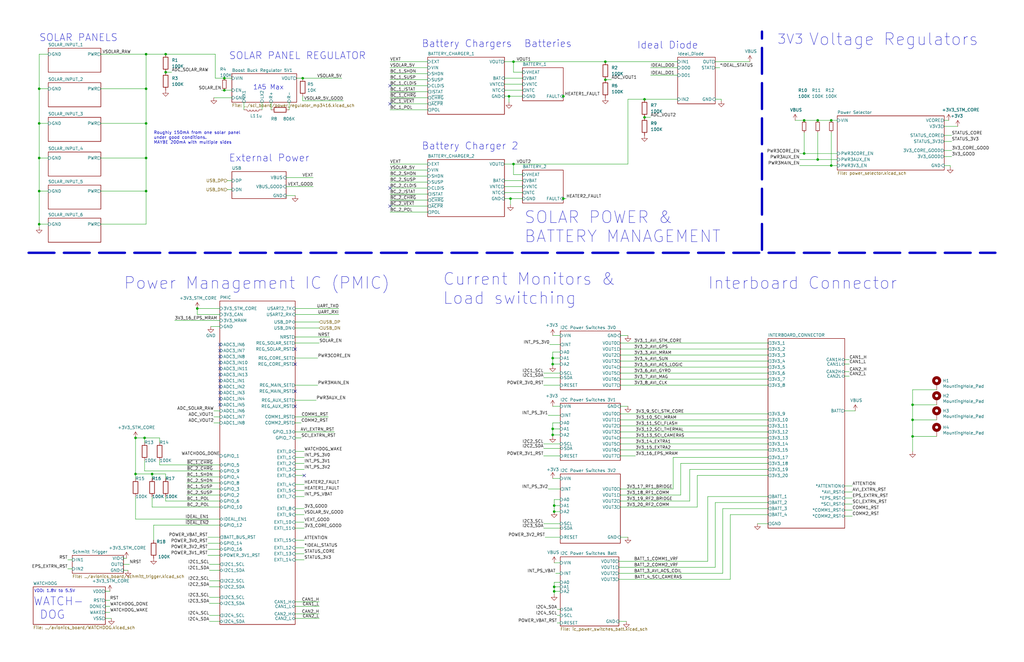
<source format=kicad_sch>
(kicad_sch (version 20231120) (generator "eeschema") (generator_version "8.0")
  (paper "B")
  (title_block (title "EPS") (date "2020-10-11"))
  (junction (at 60.96 184.785))
  (junction (at 216.535 69.215))
  (junction (at 61.595 52.07))
  (junction (at 237.5154 83.82))
  (junction (at 233.045 180.975))
  (junction (at 384.81 177.165))
  (junction (at 16.51 94.615))
  (junction (at 57.15 200.025))
  (junction (at 255.27 26.035))
  (junction (at 57.15 184.785))
  (junction (at 16.51 80.645))
  (junction (at 94.615 33.02))
  (junction (at 215.265 83.82))
  (junction (at 271.78 41.91))
  (junction (at 94.615 38.1))
  (junction (at 61.595 22.86))
  (junction (at 233.045 183.515))
  (junction (at 61.595 66.675))
  (junction (at 233.045 153.67))
  (junction (at 61.595 37.465))
  (junction (at 233.045 151.13))
  (junction (at 271.78 49.53))
  (junction (at 344.805 50.8))
  (junction (at 61.595 80.645))
  (junction (at 384.81 170.815))
  (junction (at 233.68 247.65))
  (junction (at 214.63 40.64))
  (junction (at 339.09 50.8))
  (junction (at 69.85 30.48))
  (junction (at 344.805 67.31))
  (junction (at 127.635 33.02))
  (junction (at 64.135 200.025))
  (junction (at 350.52 50.8))
  (junction (at 16.51 66.675))
  (junction (at 69.85 22.86))
  (junction (at 233.68 249.555))
  (junction (at 16.51 52.07))
  (junction (at 233.68 213.36))
  (junction (at 216.535 26.035))
  (junction (at 339.09 64.77))
  (junction (at 384.81 184.15))
  (junction (at 233.68 215.9))
  (junction (at 83.185 130.175))
  (junction (at 350.52 69.85))
  (junction (at 255.27 33.655))
  (junction (at 16.51 37.465))
  (junction (at 237.5154 40.64))
  (no_connect (at 164.465 79.375))
  (no_connect (at 92.71 150.495))
  (no_connect (at 92.71 170.815))
  (no_connect (at 92.71 165.735))
  (no_connect (at 128.27 200.66))
  (no_connect (at 124.46 147.32))
  (no_connect (at 92.71 158.115))
  (no_connect (at 92.71 155.575))
  (no_connect (at 124.46 153.67))
  (no_connect (at 92.71 163.195))
  (no_connect (at 164.465 43.815))
  (no_connect (at 124.46 171.45))
  (no_connect (at 124.46 165.1))
  (no_connect (at 92.71 147.955))
  (no_connect (at 92.71 145.415))
  (no_connect (at 92.71 168.275))
  (no_connect (at 164.465 36.195))
  (no_connect (at 164.465 86.995))
  (no_connect (at 92.71 153.035))
  (no_connect (at 92.71 160.655))
  (wire (pts (xy 294.005 200.66) (xy 323.85 200.66)))
  (wire (pts (xy 57.15 209.55) (xy 57.15 219.075)))
  (wire (pts (xy 274.32 28.575) (xy 285.75 28.575)))
  (wire (pts (xy 61.595 22.86) (xy 61.595 37.465)))
  (wire (pts (xy 359.41 210.185) (xy 356.235 210.185)))
  (wire (pts (xy 339.09 55.88) (xy 339.09 64.77)))
  (wire (pts (xy 261.62 154.94) (xy 323.85 154.94)))
  (wire (pts (xy 128.27 214.63) (xy 124.46 214.63)))
  (wire (pts (xy 304.8 214.63) (xy 323.85 214.63)))
  (wire (pts (xy 87.63 231.775) (xy 92.71 231.775)))
  (wire (pts (xy 64.135 201.93) (xy 64.135 200.025)))
  (wire (pts (xy 97.79 33.02) (xy 94.615 33.02)))
  (wire (pts (xy 260.985 244.475) (xy 307.975 244.475)))
  (wire (pts (xy 261.62 160.02) (xy 323.85 160.02)))
  (wire (pts (xy 212.725 69.215) (xy 216.535 69.215)))
  (wire (pts (xy 339.09 64.77) (xy 353.06 64.77)))
  (wire (pts (xy 127.635 42.545) (xy 127.635 40.64)))
  (wire (pts (xy 16.51 66.675) (xy 16.51 80.645)))
  (wire (pts (xy 216.535 26.035) (xy 216.535 30.48)))
  (wire (pts (xy 164.465 38.735) (xy 180.34 38.735)))
  (wire (pts (xy 46.355 258.445) (xy 44.45 258.445)))
  (wire (pts (xy 384.81 177.165) (xy 394.97 177.165)))
  (wire (pts (xy 114.3 43.18) (xy 114.3 46.355)))
  (wire (pts (xy 344.805 67.31) (xy 353.06 67.31)))
  (wire (pts (xy 124.46 162.56) (xy 133.985 162.56)))
  (wire (pts (xy 140.97 182.245) (xy 124.46 182.245)))
  (wire (pts (xy 271.78 49.53) (xy 274.32 49.53)))
  (wire (pts (xy 87.63 234.315) (xy 92.71 234.315)))
  (wire (pts (xy 42.545 80.645) (xy 61.595 80.645)))
  (wire (pts (xy 233.045 153.67) (xy 233.045 154.305)))
  (wire (pts (xy 337.185 67.31) (xy 344.805 67.31)))
  (wire (pts (xy 400.05 50.8) (xy 398.145 50.8)))
  (wire (pts (xy 61.595 37.465) (xy 61.595 52.07)))
  (wire (pts (xy 261.62 213.995) (xy 294.005 213.995)))
  (wire (pts (xy 234.95 259.715) (xy 236.22 259.715)))
  (wire (pts (xy 307.975 244.475) (xy 307.975 217.17)))
  (wire (pts (xy 290.83 198.12) (xy 323.85 198.12)))
  (wire (pts (xy 64.135 209.55) (xy 64.135 213.995)))
  (wire (pts (xy 229.235 162.56) (xy 236.22 162.56)))
  (wire (pts (xy 128.27 200.66) (xy 124.46 200.66)))
  (wire (pts (xy 264.795 41.91) (xy 271.78 41.91)))
  (wire (pts (xy 216.535 30.48) (xy 220.345 30.48)))
  (wire (pts (xy 274.32 31.75) (xy 285.75 31.75)))
  (polyline (pts (xy 12.065 106.68) (xy 419.735 106.68)) (stroke (width 0.9906) (type dash)))
  (wire (pts (xy 142.875 132.715) (xy 124.46 132.715)))
  (wire (pts (xy 261.62 211.455) (xy 290.83 211.455)))
  (wire (pts (xy 94.615 33.02) (xy 90.805 33.02)))
  (wire (pts (xy 233.68 245.745) (xy 233.68 247.65)))
  (wire (pts (xy 164.465 36.195) (xy 180.34 36.195)))
  (wire (pts (xy 261.62 226.695) (xy 264.795 226.695)))
  (wire (pts (xy 61.595 80.645) (xy 61.595 94.615)))
  (wire (pts (xy 88.265 245.11) (xy 92.71 245.11)))
  (wire (pts (xy 164.465 74.295) (xy 180.34 74.295)))
  (wire (pts (xy 128.27 207.01) (xy 124.46 207.01)))
  (wire (pts (xy 88.265 259.715) (xy 92.71 259.715)))
  (wire (pts (xy 16.51 37.465) (xy 16.51 52.07)))
  (wire (pts (xy 78.74 206.375) (xy 92.71 206.375)))
  (wire (pts (xy 301.625 28.575) (xy 303.53 28.575)))
  (wire (pts (xy 90.17 178.435) (xy 92.71 178.435)))
  (wire (pts (xy 261.62 189.865) (xy 323.85 189.865)))
  (wire (pts (xy 134.62 260.985) (xy 124.46 260.985)))
  (wire (pts (xy 229.235 220.98) (xy 236.22 220.98)))
  (wire (pts (xy 64.77 227.965) (xy 64.77 221.615)))
  (wire (pts (xy 42.545 37.465) (xy 61.595 37.465)))
  (wire (pts (xy 344.805 55.88) (xy 344.805 67.31)))
  (wire (pts (xy 233.045 180.975) (xy 233.045 178.435)))
  (wire (pts (xy 339.09 50.8) (xy 344.805 50.8)))
  (wire (pts (xy 264.795 69.215) (xy 264.795 41.91)))
  (wire (pts (xy 287.02 208.915) (xy 287.02 195.58)))
  (wire (pts (xy 298.45 209.55) (xy 323.85 209.55)))
  (wire (pts (xy 233.68 249.555) (xy 236.22 249.555)))
  (wire (pts (xy 231.775 145.415) (xy 236.22 145.415)))
  (wire (pts (xy 16.51 94.615) (xy 20.32 94.615)))
  (wire (pts (xy 128.27 220.345) (xy 124.46 220.345)))
  (wire (pts (xy 57.15 200.025) (xy 64.135 200.025)))
  (wire (pts (xy 359.41 207.645) (xy 356.235 207.645)))
  (wire (pts (xy 335.28 50.8) (xy 339.09 50.8)))
  (wire (pts (xy 261.62 206.375) (xy 283.845 206.375)))
  (wire (pts (xy 16.51 52.07) (xy 16.51 66.675)))
  (wire (pts (xy 42.545 94.615) (xy 61.595 94.615)))
  (wire (pts (xy 128.27 217.17) (xy 124.46 217.17)))
  (wire (pts (xy 283.845 193.04) (xy 323.85 193.04)))
  (wire (pts (xy 69.85 209.55) (xy 69.85 211.455)))
  (wire (pts (xy 215.265 83.82) (xy 220.345 83.82)))
  (wire (pts (xy 261.62 208.915) (xy 287.02 208.915)))
  (wire (pts (xy 301.625 239.395) (xy 301.625 212.09)))
  (wire (pts (xy 60.96 184.785) (xy 57.15 184.785)))
  (wire (pts (xy 403.86 53.34) (xy 398.145 53.34)))
  (wire (pts (xy 237.49 83.82) (xy 237.5154 83.82)))
  (wire (pts (xy 212.725 81.28) (xy 220.345 81.28)))
  (wire (pts (xy 260.985 262.255) (xy 264.16 262.255)))
  (wire (pts (xy 46.355 255.905) (xy 44.45 255.905)))
  (wire (pts (xy 344.805 50.8) (xy 350.52 50.8)))
  (wire (pts (xy 90.805 33.02) (xy 90.805 22.86)))
  (wire (pts (xy 401.32 63.5) (xy 398.145 63.5)))
  (wire (pts (xy 229.235 189.23) (xy 236.22 189.23)))
  (wire (pts (xy 83.185 130.175) (xy 92.71 130.175)))
  (wire (pts (xy 261.62 187.325) (xy 323.85 187.325)))
  (wire (pts (xy 337.185 64.77) (xy 339.09 64.77)))
  (wire (pts (xy 212.725 33.02) (xy 220.345 33.02)))
  (wire (pts (xy 350.52 50.8) (xy 353.06 50.8)))
  (wire (pts (xy 212.725 40.64) (xy 214.63 40.64)))
  (wire (pts (xy 78.74 203.835) (xy 92.71 203.835)))
  (wire (pts (xy 216.535 73.66) (xy 220.345 73.66)))
  (wire (pts (xy 234.95 262.89) (xy 236.22 262.89)))
  (wire (pts (xy 234.95 257.175) (xy 236.22 257.175)))
  (wire (pts (xy 61.595 52.07) (xy 61.595 66.675)))
  (wire (pts (xy 64.77 221.615) (xy 92.71 221.615)))
  (wire (pts (xy 142.875 130.175) (xy 124.46 130.175)))
  (wire (pts (xy 87.63 226.695) (xy 92.71 226.695)))
  (wire (pts (xy 134.62 259.08) (xy 124.46 259.08)))
  (wire (pts (xy 164.465 76.835) (xy 180.34 76.835)))
  (wire (pts (xy 229.235 159.385) (xy 236.22 159.385)))
  (wire (pts (xy 287.02 195.58) (xy 323.85 195.58)))
  (wire (pts (xy 358.14 158.75) (xy 356.235 158.75)))
  (wire (pts (xy 83.185 130.175) (xy 83.185 132.715)))
  (wire (pts (xy 359.41 205.105) (xy 356.235 205.105)))
  (wire (pts (xy 64.135 213.995) (xy 92.71 213.995)))
  (wire (pts (xy 88.265 252.095) (xy 92.71 252.095)))
  (wire (pts (xy 124.46 198.12) (xy 128.27 198.12)))
  (wire (pts (xy 261.62 171.45) (xy 264.795 171.45)))
  (wire (pts (xy 233.045 151.13) (xy 236.22 151.13)))
  (wire (pts (xy 233.68 247.65) (xy 233.68 249.555)))
  (wire (pts (xy 233.045 148.59) (xy 236.22 148.59)))
  (wire (pts (xy 358.14 153.67) (xy 356.235 153.67)))
  (wire (pts (xy 128.27 227.965) (xy 124.46 227.965)))
  (wire (pts (xy 359.41 215.265) (xy 356.235 215.265)))
  (wire (pts (xy 124.46 195.58) (xy 128.27 195.58)))
  (wire (pts (xy 237.5154 40.64) (xy 238.125 40.64)))
  (wire (pts (xy 52.07 235.585) (xy 53.34 235.585)))
  (wire (pts (xy 384.81 170.815) (xy 394.97 170.815)))
  (wire (pts (xy 164.465 41.275) (xy 180.34 41.275)))
  (wire (pts (xy 57.15 184.785) (xy 57.15 200.025)))
  (wire (pts (xy 69.85 22.86) (xy 90.805 22.86)))
  (wire (pts (xy 261.62 152.4) (xy 323.85 152.4)))
  (wire (pts (xy 60.96 186.69) (xy 60.96 184.785)))
  (wire (pts (xy 337.185 69.85) (xy 350.52 69.85)))
  (wire (pts (xy 95.885 80.01) (xy 97.79 80.01)))
  (wire (pts (xy 261.62 149.86) (xy 323.85 149.86)))
  (wire (pts (xy 69.85 211.455) (xy 92.71 211.455)))
  (wire (pts (xy 214.63 40.64) (xy 220.345 40.64)))
  (wire (pts (xy 128.27 190.5) (xy 124.46 190.5)))
  (wire (pts (xy 42.545 52.07) (xy 61.595 52.07)))
  (wire (pts (xy 358.14 151.765) (xy 356.235 151.765)))
  (wire (pts (xy 350.52 55.88) (xy 350.52 69.85)))
  (wire (pts (xy 88.265 254.635) (xy 92.71 254.635)))
  (wire (pts (xy 255.27 26.035) (xy 285.75 26.035)))
  (wire (pts (xy 384.81 170.815) (xy 384.81 177.165)))
  (wire (pts (xy 261.62 184.785) (xy 323.85 184.785)))
  (wire (pts (xy 128.27 222.885) (xy 124.46 222.885)))
  (wire (pts (xy 261.62 144.78) (xy 323.85 144.78)))
  (wire (pts (xy 233.045 151.13) (xy 233.045 148.59)))
  (wire (pts (xy 164.465 71.755) (xy 180.34 71.755)))
  (wire (pts (xy 261.62 157.48) (xy 323.85 157.48)))
  (wire (pts (xy 124.46 209.55) (xy 128.27 209.55)))
  (wire (pts (xy 233.68 210.82) (xy 236.22 210.82)))
  (wire (pts (xy 261.62 162.56) (xy 323.85 162.56)))
  (wire (pts (xy 350.52 69.85) (xy 353.06 69.85)))
  (wire (pts (xy 233.68 245.745) (xy 236.22 245.745)))
  (wire (pts (xy 233.045 201.93) (xy 236.22 201.93)))
  (wire (pts (xy 212.725 26.035) (xy 216.535 26.035)))
  (wire (pts (xy 233.68 247.65) (xy 236.22 247.65)))
  (wire (pts (xy 57.15 201.93) (xy 57.15 200.025)))
  (polyline (pts (xy 321.31 105.41) (xy 321.31 13.335)) (stroke (width 0.9906) (type dash)))
  (wire (pts (xy 60.96 198.755) (xy 92.71 198.755)))
  (wire (pts (xy 134.62 135.89) (xy 124.46 135.89)))
  (wire (pts (xy 88.9 137.795) (xy 92.71 137.795)))
  (wire (pts (xy 120.65 82.55) (xy 124.46 82.55)))
  (wire (pts (xy 144.145 33.02) (xy 127.635 33.02)))
  (wire (pts (xy 90.17 173.355) (xy 92.71 173.355)))
  (wire (pts (xy 384.81 184.15) (xy 394.97 184.15)))
  (wire (pts (xy 46.355 249.555) (xy 44.45 249.555)))
  (wire (pts (xy 127 184.785) (xy 124.46 184.785)))
  (wire (pts (xy 42.545 22.86) (xy 61.595 22.86)))
  (wire (pts (xy 216.535 26.035) (xy 255.27 26.035)))
  (wire (pts (xy 212.725 78.74) (xy 220.345 78.74)))
  (wire (pts (xy 255.27 33.655) (xy 257.81 33.655)))
  (wire (pts (xy 120.65 74.93) (xy 132.08 74.93)))
  (wire (pts (xy 61.595 22.86) (xy 69.85 22.86)))
  (wire (pts (xy 271.78 41.91) (xy 285.75 41.91)))
  (wire (pts (xy 128.27 236.22) (xy 124.46 236.22)))
  (wire (pts (xy 233.045 141.605) (xy 236.22 141.605)))
  (wire (pts (xy 233.045 180.975) (xy 233.045 183.515)))
  (wire (pts (xy 64.135 200.025) (xy 69.85 200.025)))
  (wire (pts (xy 16.51 52.07) (xy 20.32 52.07)))
  (wire (pts (xy 128.27 231.14) (xy 124.46 231.14)))
  (wire (pts (xy 304.8 241.935) (xy 304.8 214.63)))
  (wire (pts (xy 124.46 193.04) (xy 128.27 193.04)))
  (wire (pts (xy 400.685 69.85) (xy 398.145 69.85)))
  (wire (pts (xy 233.68 213.36) (xy 233.68 210.82)))
  (wire (pts (xy 301.625 212.09) (xy 323.85 212.09)))
  (wire (pts (xy 233.045 183.515) (xy 236.22 183.515)))
  (wire (pts (xy 231.14 206.375) (xy 236.22 206.375)))
  (wire (pts (xy 102.87 43.18) (xy 102.87 46.355)))
  (wire (pts (xy 384.81 164.465) (xy 394.97 164.465)))
  (wire (pts (xy 88.265 262.255) (xy 92.71 262.255)))
  (wire (pts (xy 212.725 35.56) (xy 220.345 35.56)))
  (wire (pts (xy 401.32 59.69) (xy 398.145 59.69)))
  (wire (pts (xy 16.51 37.465) (xy 20.32 37.465)))
  (wire (pts (xy 164.465 84.455) (xy 180.34 84.455)))
  (wire (pts (xy 16.51 80.645) (xy 16.51 94.615)))
  (wire (pts (xy 53.975 240.665) (xy 52.07 240.665)))
  (wire (pts (xy 233.045 178.435) (xy 236.22 178.435)))
  (wire (pts (xy 44.45 260.985) (xy 46.99 260.985)))
  (wire (pts (xy 290.83 211.455) (xy 290.83 198.12)))
  (wire (pts (xy 88.265 247.65) (xy 92.71 247.65)))
  (wire (pts (xy 283.845 206.375) (xy 283.845 193.04)))
  (wire (pts (xy 319.405 220.98) (xy 323.85 220.98)))
  (wire (pts (xy 212.725 38.1) (xy 220.345 38.1)))
  (wire (pts (xy 261.62 179.705) (xy 323.85 179.705)))
  (wire (pts (xy 127.635 42.545) (xy 144.78 42.545)))
  (wire (pts (xy 359.41 212.725) (xy 356.235 212.725)))
  (wire (pts (xy 164.465 79.375) (xy 180.34 79.375)))
  (wire (pts (xy 212.725 76.2) (xy 220.345 76.2)))
  (wire (pts (xy 233.045 171.45) (xy 236.22 171.45)))
  (wire (pts (xy 164.465 43.815) (xy 180.34 43.815)))
  (wire (pts (xy 128.27 233.68) (xy 124.46 233.68)))
  (wire (pts (xy 67.31 194.31) (xy 67.31 196.215)))
  (wire (pts (xy 124.46 144.78) (xy 134.62 144.78)))
  (wire (pts (xy 54.61 238.125) (xy 52.07 238.125)))
  (wire (pts (xy 233.045 153.67) (xy 236.22 153.67)))
  (wire (pts (xy 229.87 226.695) (xy 236.22 226.695)))
  (wire (pts (xy 215.265 86.36) (xy 215.265 83.82)))
  (wire (pts (xy 384.81 170.815) (xy 384.81 164.465)))
  (wire (pts (xy 234.315 241.935) (xy 236.22 241.935)))
  (wire (pts (xy 229.235 187.325) (xy 236.22 187.325)))
  (wire (pts (xy 304.165 41.91) (xy 301.625 41.91)))
  (wire (pts (xy 233.68 213.36) (xy 236.22 213.36)))
  (wire (pts (xy 164.465 81.915) (xy 180.34 81.915)))
  (wire (pts (xy 78.74 201.295) (xy 92.71 201.295)))
  (wire (pts (xy 16.51 80.645) (xy 20.32 80.645)))
  (wire (pts (xy 400.685 70.485) (xy 400.685 69.85)))
  (wire (pts (xy 267.97 192.405) (xy 261.62 192.405)))
  (wire (pts (xy 260.985 241.935) (xy 304.8 241.935)))
  (wire (pts (xy 90.17 41.275) (xy 97.79 41.275)))
  (wire (pts (xy 164.465 31.115) (xy 180.34 31.115)))
  (wire (pts (xy 294.005 213.995) (xy 294.005 200.66)))
  (wire (pts (xy 134.62 138.43) (xy 124.46 138.43)))
  (wire (pts (xy 57.15 219.075) (xy 92.71 219.075)))
  (wire (pts (xy 164.465 89.535) (xy 180.34 89.535)))
  (wire (pts (xy 233.045 183.515) (xy 233.045 184.15)))
  (wire (pts (xy 229.235 192.405) (xy 236.22 192.405)))
  (wire (pts (xy 260.985 239.395) (xy 301.625 239.395)))
  (wire (pts (xy 94.615 38.1) (xy 97.79 38.1)))
  (wire (pts (xy 42.545 66.675) (xy 61.595 66.675)))
  (wire (pts (xy 127 178.435) (xy 124.46 178.435)))
  (wire (pts (xy 384.81 184.15) (xy 384.81 190.5)))
  (wire (pts (xy 164.465 28.575) (xy 180.34 28.575)))
  (wire (pts (xy 16.51 66.675) (xy 20.32 66.675)))
  (wire (pts (xy 67.31 196.215) (xy 92.71 196.215)))
  (wire (pts (xy 164.465 33.655) (xy 180.34 33.655)))
  (wire (pts (xy 138.43 175.895) (xy 124.46 175.895)))
  (wire (pts (xy 164.465 86.995) (xy 180.34 86.995)))
  (wire (pts (xy 121.92 43.18) (xy 121.92 46.355)))
  (wire (pts (xy 73.66 135.255) (xy 92.71 135.255)))
  (wire (pts (xy 16.51 22.86) (xy 20.32 22.86)))
  (wire (pts (xy 83.185 132.715) (xy 92.71 132.715)))
  (wire (pts (xy 358.14 156.845) (xy 356.235 156.845)))
  (wire (pts (xy 229.235 222.885) (xy 236.22 222.885)))
  (wire (pts (xy 298.45 236.855) (xy 298.45 209.55)))
  (wire (pts (xy 124.46 168.91) (xy 133.35 168.91)))
  (wire (pts (xy 28.575 240.03) (xy 30.48 240.03)))
  (wire (pts (xy 237.49 40.64) (xy 237.5154 40.64)))
  (wire (pts (xy 110.49 43.18) (xy 110.49 46.355)))
  (wire (pts (xy 233.68 249.555) (xy 233.68 250.825)))
  (wire (pts (xy 134.62 255.905) (xy 124.46 255.905)))
  (wire (pts (xy 90.17 175.895) (xy 92.71 175.895)))
  (wire (pts (xy 16.51 22.86) (xy 16.51 37.465)))
  (wire (pts (xy 261.62 147.32) (xy 323.85 147.32)))
  (wire (pts (xy 120.65 78.74) (xy 132.08 78.74)))
  (wire (pts (xy 401.32 66.04) (xy 398.145 66.04)))
  (wire (pts (xy 261.62 177.165) (xy 323.85 177.165)))
  (wire (pts (xy 69.85 30.48) (xy 72.39 30.48)))
  (wire (pts (xy 301.625 26.035) (xy 316.23 26.035)))
  (wire (pts (xy 233.68 237.49) (xy 236.22 237.49)))
  (wire (pts (xy 164.465 46.355) (xy 180.34 46.355)))
  (wire (pts (xy 261.62 182.245) (xy 323.85 182.245)))
  (wire (pts (xy 233.045 151.13) (xy 233.045 153.67)))
  (wire (pts (xy 384.81 177.165) (xy 384.81 184.15)))
  (wire (pts (xy 307.975 217.17) (xy 323.85 217.17)))
  (wire (pts (xy 95.885 76.2) (xy 97.79 76.2)))
  (wire (pts (xy 214.63 43.18) (xy 214.63 40.64)))
  (wire (pts (xy 233.045 180.975) (xy 236.22 180.975)))
  (wire (pts (xy 16.51 94.615) (xy 16.51 95.885)))
  (wire (pts (xy 88.265 240.665) (xy 92.71 240.665)))
  (wire (pts (xy 233.68 215.9) (xy 233.68 213.36)))
  (wire (pts (xy 78.74 208.915) (xy 92.71 208.915)))
  (wire (pts (xy 93.345 38.1) (xy 94.615 38.1)))
  (wire (pts (xy 164.465 26.035) (xy 180.34 26.035)))
  (wire (pts (xy 60.96 198.755) (xy 60.96 194.31)))
  (wire (pts (xy 237.5154 83.82) (xy 238.76 83.82)))
  (wire (pts (xy 60.96 184.785) (xy 67.31 184.785)))
  (wire (pts (xy 401.32 57.15) (xy 398.145 57.15)))
  (wire (pts (xy 359.41 217.805) (xy 356.235 217.805)))
  (wire (pts (xy 216.535 69.215) (xy 216.535 73.66)))
  (wire (pts (xy 360.68 173.355) (xy 356.235 173.355)))
  (wire (pts (xy 127.635 33.02) (xy 125.095 33.02)))
  (wire (pts (xy 261.62 174.625) (xy 323.85 174.625)))
  (wire (pts (xy 69.85 201.93) (xy 69.85 200.025)))
  (wire (pts (xy 67.31 186.69) (xy 67.31 184.785)))
  (wire (pts (xy 261.62 141.605) (xy 264.795 141.605)))
  (wire (pts (xy 124.46 142.24) (xy 139.065 142.24)))
  (wire (pts (xy 88.265 238.125) (xy 92.71 238.125)))
  (wire (pts (xy 229.235 157.48) (xy 236.22 157.48)))
  (wire (pts (xy 61.595 66.675) (xy 61.595 80.645)))
  (wire (pts (xy 128.27 204.47) (xy 124.46 204.47)))
  (wire (pts (xy 124.46 151.13) (xy 133.985 151.13)))
  (wire (pts (xy 216.535 69.215) (xy 264.795 69.215)))
  (wire (pts (xy 28.575 236.22) (xy 30.48 236.22)))
  (wire (pts (xy 236.22 215.9) (xy 233.68 215.9)))
  (wire (pts (xy 44.45 253.365) (xy 46.355 253.365)))
  (wire (pts (xy 164.465 69.215) (xy 180.34 69.215)))
  (wire (pts (xy 304.165 42.545) (xy 304.165 41.91)))
  (wire (pts (xy 260.985 236.855) (xy 298.45 236.855)))
  (wire (pts (xy 134.62 254) (xy 124.46 254)))
  (wire (pts (xy 87.63 229.235) (xy 92.71 229.235)))
  (wire (pts (xy 231.14 175.26) (xy 236.22 175.26)))
  (wire (pts (xy 212.725 83.82) (xy 215.265 83.82)))
  (text "VDD: 1.8V to 5.5V" (at 31.75 250.19 0) (effects (font (size 1.27 1.27)) (justify right bottom)))
  (text "Batteries" (at 220.98 20.32 0) (effects (font (size 2.9972 2.9972)) (justify left bottom)))
  (text "Roughly 150mA from one solar panel \nunder good conditions. \nMAYBE 200mA with multiple sides" (at 64.77 60.96 0) (effects (font (size 1.27 1.27)) (justify left bottom)))
  (text "WATCH- \n DOG" (at 13.97 261.62 0) (effects (font (size 3.5052 3.5052)) (justify left bottom)))
  (text "External Power" (at 96.52 68.58 0) (effects (font (size 2.9972 2.9972)) (justify left bottom)))
  (text "Voltage Regulators" (at 340.995 19.685 0) (effects (font (size 5.0038 5.0038)) (justify left bottom)))
  (text "SOLAR POWER &\nBATTERY MANAGEMENT" (at 220.98 102.87 0) (effects (font (size 5.0038 5.0038)) (justify left bottom)))
  (text "Current Monitors &\nLoad switching" (at 186.69 128.905 0) (effects (font (size 5.0038 5.0038)) (justify left bottom)))
  (text "SOLAR PANELS\n" (at 16.51 17.78 0) (effects (font (size 2.9972 2.9972)) (justify left bottom)))
  (text "Battery Charger 2\n" (at 177.8 63.5 0) (effects (font (size 2.9972 2.9972)) (justify left bottom)))
  (text "SOLAR PANEL REGULATOR\n" (at 96.52 25.4 0) (effects (font (size 2.9972 2.9972)) (justify left bottom)))
  (text "Battery Chargers\n" (at 177.8 20.32 0) (effects (font (size 2.9972 2.9972)) (justify left bottom)))
  (text "1A5 Max" (at 106.68 38.1 0) (effects (font (size 2.0066 2.0066)) (justify left bottom)))
  (text "Ideal Diode" (at 268.605 20.955 0) (effects (font (size 2.9972 2.9972)) (justify left bottom)))
  (text "Power Management IC (PMIC)" (at 52.07 122.555 0) (effects (font (size 5.0038 5.0038)) (justify left bottom)))
  (text "Interboard Connector" (at 298.45 122.555 0) (effects (font (size 5.0038 5.0038)) (justify left bottom)))
  (text "3V3" (at 327.66 19.05 0) (effects (font (size 3.9878 3.9878)) (justify left bottom)))
  (label "INT_PS_3V1" (at 128.27 195.58 0))
  (label "BC_1_CLDIS" (at 164.465 36.195 0))
  (label "I2C4_SDA" (at 88.265 262.255 180))
  (label "3V3_17_RF1_BRIDGE" (at 264.16 206.375 0))
  (label "I2C1_SDA" (at 229.235 159.385 180))
  (label "RST" (at 46.355 253.365 0))
  (label "POWER_3V2_RST" (at 229.87 226.695 180))
  (label "CAN2_H" (at 358.14 156.845 0))
  (label "3V3_CORE_GOOD" (at 128.27 222.885 0))
  (label "3V3_8_AVI_CLK" (at 267.335 162.56 0))
  (label "BC_1_POL" (at 78.74 211.455 0))
  (label "WATCHDOG_DONE" (at 92.71 192.405 180))
  (label "BATT_1_COMM1_VRF" (at 267.335 236.855 0))
  (label "POWER_3V1_RST" (at 87.63 234.315 180))
  (label "CAN2_L" (at 358.14 158.75 0))
  (label "CAN1_H" (at 358.14 151.765 0))
  (label "POWER_VBAT_RST" (at 87.63 226.695 180))
  (label "STATUS_CORE" (at 128.27 233.68 0))
  (label "POWER_3V0_RST" (at 87.63 229.235 180))
  (label "POWER_VBAT_RST" (at 234.95 262.89 180))
  (label "CAN1_L" (at 134.62 255.905 180))
  (label "EPS_EXTRN_RST" (at 359.41 210.185 0))
  (label "VOUT2" (at 217.805 69.215 0))
  (label "I2C3_SDA" (at 229.235 222.885 180))
  (label "VSOLAR_5V" (at 144.145 33.02 180))
  (label "3V3_GOOD" (at 401.32 66.04 0))
  (label "INT_PS_VBAT" (at 128.27 209.55 0))
  (label "VEXT" (at 164.465 26.035 0))
  (label "VEXT_GOOD" (at 132.08 78.74 180))
  (label "BC_2_CLDIS" (at 164.465 79.375 0))
  (label "NRST" (at 54.61 238.125 0))
  (label "SOLAR_EN" (at 134.62 144.78 0))
  (label "3V3_20_RF2_COMM" (at 264.16 213.995 0))
  (label "~{BC_2_VEXT}" (at 164.465 86.995 0))
  (label "BC_2_SHDN" (at 164.465 74.295 0))
  (label "BATT_3_AVI_ACS_COIL" (at 267.335 241.935 0))
  (label "COMM2_RST" (at 127 178.435 0))
  (label "I2C4_SDA" (at 234.95 257.175 180))
  (label "BC_2_SUSP" (at 164.465 76.835 0))
  (label "3V3_16_EPS_MRAM" (at 267.97 192.405 0))
  (label "CAN2_H" (at 134.62 259.08 180))
  (label "VEXT" (at 164.465 69.215 0))
  (label "3V3_1_AVI_STM_CORE" (at 267.335 144.78 0))
  (label "INT_PS_VBAT" (at 234.315 241.935 180))
  (label "CAN1_L" (at 358.14 153.67 0))
  (label "HEATER1_FAULT" (at 238.125 40.64 0))
  (label "3V3_5_AVI_ACS_LOGIC" (at 267.335 154.94 0))
  (label "STATUS_3V3" (at 401.32 59.69 0))
  (label "STATUS_3V3" (at 128.27 236.22 0))
  (label "COMM2_RST" (at 359.41 217.805 0))
  (label "3V3_19_RF2_BRIDGE" (at 264.16 211.455 0))
  (label "SCI_EXTRN_RST" (at 359.41 212.725 0))
  (label "~{BC_2_CHRG}" (at 164.465 84.455 0))
  (label "INT_PS_3V2" (at 231.14 206.375 180))
  (label "~{BC_1_CHRG}" (at 78.74 196.215 0))
  (label "BC_1_POL" (at 164.465 46.355 0))
  (label "3V3_13_SCI_CAMERAS" (at 267.97 184.785 0))
  (label "I2C3_SCL" (at 229.235 220.98 180))
  (label "*IDEAL_STATUS" (at 128.27 231.14 0))
  (label "VSOLAR_5V" (at 164.465 71.755 0))
  (label "3V3_16_EPS_MRAM" (at 73.66 135.255 0))
  (label "BC_2_SUSP" (at 78.74 208.915 0))
  (label "I2C2_SCL" (at 88.265 245.11 180))
  (label "3V3_GOOD" (at 128.27 214.63 0))
  (label "VSOLAR_RAW" (at 43.18 22.86 0))
  (label "3V3_11_SCI_FLASH" (at 267.97 179.705 0))
  (label "PWR3AUX_EN" (at 337.185 67.31 180))
  (label "BATT_4_SCI_CAMERAS" (at 287.655 244.475 180))
  (label "COMM1_RST" (at 359.41 215.265 0))
  (label "PWR3CORE_EN" (at 133.985 151.13 0))
  (label "3V3_9_SCI_STM_CORE" (at 267.97 174.625 0))
  (label "3V3_12_SCI_THERMAL" (at 267.97 182.245 0))
  (label "VSOLAR_5V_GOOD" (at 144.78 42.545 180))
  (label "~{BC_1_VEXT}" (at 164.465 43.815 0))
  (label "ADC_VOUT2" (at 274.32 49.53 0))
  (label "I2C1_SDA" (at 88.265 240.665 180))
  (label "3V3_3_AVI_MRAM" (at 267.335 149.86 0))
  (label "CAN2_L" (at 134.62 260.985 180))
  (label "ADC_SOLAR_RAW" (at 90.17 173.355 180))
  (label "ATTENTION" (at 359.41 205.105 0))
  (label "AVI_EXTRN_RST" (at 140.97 182.245 180))
  (label "SCI_EXTRN_RST" (at 127 184.785 0))
  (label "PWR3AUX_EN" (at 133.35 168.91 0))
  (label "3V3_18_RF1_COMM" (at 264.16 208.915 0))
  (label "*IDEAL_STATUS" (at 303.53 28.575 0))
  (label "3V3_14_EXTRA1" (at 267.97 187.325 0))
  (label "3V3_15_EXTRA2" (at 267.97 189.865 0))
  (label "HEATER1_FAULT" (at 128.27 207.01 0))
  (label "HEATER2_FAULT" (at 128.27 204.47 0))
  (label "EPS_EXTRN_RST" (at 28.575 240.03 180))
  (label "INT_PS_3V0" (at 128.27 193.04 0))
  (label "BC_1_SUSP" (at 78.74 206.375 0))
  (label "PWR3CORE_EN" (at 337.185 64.77 180))
  (label "INT_PS_3V0" (at 231.775 145.415 180))
  (label "SOLAR_EN" (at 93.345 38.1 180))
  (label "NRST" (at 139.065 142.24 180))
  (label "CAN1_H" (at 134.62 254 180))
  (label "BC_2_POL" (at 164.465 89.535 0))
  (label "BC_2_ISTAT" (at 164.465 81.915 0))
  (label "IDEAL_DO0" (at 274.32 28.575 0))
  (label "POWER_3V0_RST" (at 229.235 162.56 180))
  (label "AVI_EXTRN_RST" (at 359.41 207.645 0))
  (label "I2C3_SCL" (at 88.265 252.095 180))
  (label "I2C1_SCL" (at 229.235 157.48 180))
  (label "WATCHDOG_WAKE" (at 46.355 258.445 0))
  (label "I2C2_SCL" (at 229.235 187.325 180))
  (label "ATTENTION" (at 128.27 227.965 0))
  (label "STATUS_CORE" (at 401.32 57.15 0))
  (label "INT_PS_3V1" (at 231.14 175.26 180))
  (label "VEXT" (at 132.08 74.93 180))
  (label "3V3_4_AVI_SUN" (at 267.335 152.4 0))
  (label "BC_2_SHDN" (at 78.74 203.835 0))
  (label "~{IDEAL_EN2}" (at 78.105 221.615 0))
  (label "UART_RXI" (at 142.875 132.715 180))
  (label "UART_TXO" (at 142.875 130.175 180))
  (label "3V3_10_SCI_MRAM" (at 267.97 177.165 0))
  (label "HEATER2_FAULT" (at 238.76 83.82 0))
  (label "VOUT1" (at 217.805 26.035 0))
  (label "~{BC_1_CHRG}" (at 164.465 41.275 0))
  (label "ADC_VOUT1" (at 90.17 175.895 180))
  (label "VEXT_GOOD" (at 128.27 220.345 0))
  (label "INT_PS_3V2" (at 128.27 198.12 0))
  (label "BC_1_SUSP" (at 164.465 33.655 0))
  (label "PWR3MAIN_EN" (at 133.985 162.56 0))
  (label "COMM1_RST" (at 138.43 175.895 180))
  (label "BC_2_POL" (at 78.74 213.995 0))
  (label "WATCHDOG_WAKE" (at 128.27 190.5 0))
  (label "ADC_VOUT1" (at 257.81 33.655 0))
  (label "BC_1_SHDN" (at 78.74 201.295 0))
  (label "3V3_6_AVI_GYRO" (at 267.335 157.48 0))
  (label "3V3_7_AVI_MAG" (at 267.335 160.02 0))
  (label "IDEAL_EN1" (at 78.105 219.075 0))
  (label "I2C4_SCL" (at 234.95 259.715 180))
  (label "~{BC_2_CHRG}" (at 78.74 198.755 0))
  (label "IDEAL_DO1" (at 274.32 31.75 0))
  (label "3V3_2_AVI_GPS" (at 267.335 147.32 0))
  (label "I2C2_SDA" (at 229.235 189.23 180))
  (label "VSOLAR_5V_GOOD" (at 128.27 217.17 0))
  (label "I2C1_SCL" (at 88.265 238.125 180))
  (label "PWR3MAIN_EN" (at 337.185 69.85 180))
  (label "VSOLAR_5V" (at 164.465 28.575 0))
  (label "ADC_VOUT2" (at 90.17 178.435 180))
  (label "I2C4_SCL" (at 88.265 259.715 180))
  (label "BC_1_ISTAT" (at 164.465 38.735 0))
  (label "BATT_2_COMM2_VRF" (at 267.335 239.395 0))
  (label "POWER_3V2_RST" (at 87.63 231.775 180))
  (label "BC_1_SHDN" (at 164.465 31.115 0))
  (label "POWER_3V1_RST" (at 229.235 192.405 180))
  (label "WATCHDOG_DONE" (at 46.355 255.905 0))
  (label "ADC_SOLAR_RAW" (at 72.39 30.48 0))
  (label "3V3_CORE_GOOD" (at 401.32 63.5 0))
  (label "RST" (at 28.575 236.22 180))
  (label "I2C3_SDA" (at 88.265 254.635 180))
  (label "I2C2_SDA" (at 88.265 247.65 180))
  (hierarchical_label "USB_DN" (shape input) (at 134.62 138.43 0))
  (hierarchical_label "USB_DP" (shape input) (at 95.885 76.2 180))
  (hierarchical_label "USB_DN" (shape input) (at 95.885 80.01 180))
  (hierarchical_label "USB_DP" (shape input) (at 134.62 135.89 0))
  (symbol (lib_id "EPS-rescue:GND-power") (at 304.165 42.545 0) (unit 1)
    (property "Reference" "#PWR05" (effects (hide yes)))
    (property "Value" "GND" (effects (hide yes)))
  )
  (symbol (lib_id "EPS-rescue:VBUS-power") (at 316.23 26.035 0) (unit 1)
    (property "Reference" "#PWR01" (effects (hide yes)))
    (property "Value" "VBUS" (at 316.611 21.6408 0))
  )
  (symbol (lib_id "Device:R") (at 57.15 205.74 180) (unit 1)
    (property "Reference" "R15" (at 59.055 201.93 0))
    (property "Value" "100K" (at 59.69 209.55 0))
    (property "Footprint" "Resistor_SMD:R_0402_1005Metric_Pad0.72x0.64mm_HandSolder" (effects (hide yes)))
    (property "Mfr. #" "RMCF0603FT100K" (effects (hide yes)))
    (property "Order" "https://www.digikey.com/en/products/detail/stackpole-electronics-inc/RMCF0603FT100K/1761112" (effects (hide yes)))
  )
  (symbol (lib_id "EPS-rescue:GND-power") (at 64.77 235.585 0) (unit 1)
    (property "Reference" "#PWR031" (effects (hide yes)))
    (property "Value" "GND" (effects (hide yes)))
  )
  (symbol (lib_id "Device:R") (at 64.77 231.775 180) (unit 1)
    (property "Reference" "R18" (at 67.945 228.6 0))
    (property "Value" "100K" (at 69.215 234.95 0))
    (property "Footprint" "Resistor_SMD:R_0402_1005Metric_Pad0.72x0.64mm_HandSolder" (effects (hide yes)))
    (property "Mfr. #" "RMCF0603FT100K" (effects (hide yes)))
    (property "Order" "https://www.digikey.com/en/products/detail/stackpole-electronics-inc/RMCF0603FT100K/1761112" (effects (hide yes)))
  )
  (symbol (lib_id "Device:R") (at 69.85 205.74 180) (unit 1)
    (property "Reference" "R17" (at 71.755 201.93 0))
    (property "Value" "100K" (at 72.39 209.55 0))
    (property "Footprint" "Resistor_SMD:R_0402_1005Metric_Pad0.72x0.64mm_HandSolder" (effects (hide yes)))
    (property "Mfr. #" "RMCF0603FT100K" (effects (hide yes)))
    (property "Order" "https://www.digikey.com/en/products/detail/stackpole-electronics-inc/RMCF0603FT100K/1761112" (effects (hide yes)))
  )
  (symbol (lib_id "Device:R") (at 64.135 205.74 180) (unit 1)
    (property "Reference" "R16" (at 66.04 201.93 0))
    (property "Value" "100K" (at 66.675 209.55 0))
    (property "Footprint" "Resistor_SMD:R_0402_1005Metric_Pad0.72x0.64mm_HandSolder" (effects (hide yes)))
    (property "Mfr. #" "RMCF0603FT100K" (effects (hide yes)))
    (property "Order" "https://www.digikey.com/en/products/detail/stackpole-electronics-inc/RMCF0603FT100K/1761112" (effects (hide yes)))
  )
  (symbol (lib_id "Device:R") (at 67.31 190.5 180) (unit 1)
    (property "Reference" "R14" (at 69.215 186.69 0))
    (property "Value" "100K" (at 69.85 194.31 0))
    (property "Footprint" "Resistor_SMD:R_0402_1005Metric_Pad0.72x0.64mm_HandSolder" (effects (hide yes)))
    (property "Mfr. #" "RMCF0603FT100K" (effects (hide yes)))
    (property "Order" "https://www.digikey.com/en/products/detail/stackpole-electronics-inc/RMCF0603FT100K/1761112" (effects (hide yes)))
  )
  (symbol (lib_id "Device:R") (at 60.96 190.5 180) (unit 1)
    (property "Reference" "R13" (at 62.865 186.69 0))
    (property "Value" "100K" (at 63.5 194.31 0))
    (property "Footprint" "Resistor_SMD:R_0402_1005Metric_Pad0.72x0.64mm_HandSolder" (effects (hide yes)))
    (property "Mfr. #" "RMCF0603FT100K" (effects (hide yes)))
    (property "Order" "https://www.digikey.com/en/products/detail/stackpole-electronics-inc/RMCF0603FT100K/1761112" (effects (hide yes)))
  )
  (symbol (lib_id "EPS-rescue:GND-power") (at 319.405 220.98 0) (unit 1)
    (property "Reference" "#PWR028" (effects (hide yes)))
    (property "Value" "GND" (effects (hide yes)))
  )
  (symbol (lib_id "Mechanical:MountingHole_Pad") (at 394.97 161.925 0) (unit 1)
    (property "Reference" "H1" (at 397.51 160.6804 0) (effects (justify left)))
    (property "Value" "MountingHole_Pad" (at 397.51 162.9918 0) (effects (justify left)))
    (property "Footprint" "MountingHole:MountingHole_3.2mm_M3_Pad_Via" (effects (hide yes)))
  )
  (symbol (lib_id "Mechanical:MountingHole_Pad") (at 394.97 168.275 0) (unit 1)
    (property "Reference" "H2" (at 397.51 167.0304 0) (effects (justify left)))
    (property "Value" "MountingHole_Pad" (at 397.51 169.3418 0) (effects (justify left)))
    (property "Footprint" "MountingHole:MountingHole_3.2mm_M3_Pad_Via" (effects (hide yes)))
  )
  (symbol (lib_id "Mechanical:MountingHole_Pad") (at 394.97 174.625 0) (unit 1)
    (property "Reference" "H3" (at 397.51 173.3804 0) (effects (justify left)))
    (property "Value" "MountingHole_Pad" (at 397.51 175.6918 0) (effects (justify left)))
    (property "Footprint" "MountingHole:MountingHole_3.2mm_M3_Pad_Via" (effects (hide yes)))
  )
  (symbol (lib_id "Mechanical:MountingHole_Pad") (at 394.97 181.61 0) (unit 1)
    (property "Reference" "H4" (at 397.51 180.3654 0) (effects (justify left)))
    (property "Value" "MountingHole_Pad" (at 397.51 182.6768 0) (effects (justify left)))
    (property "Footprint" "MountingHole:MountingHole_3.2mm_M3_Pad_Via" (effects (hide yes)))
  )
  (symbol (lib_id "EPS-rescue:GND-power") (at 384.81 190.5 0) (unit 1)
    (property "Reference" "#PWR025" (effects (hide yes)))
    (property "Value" "GND" (effects (hide yes)))
  )
  (symbol (lib_id "EPS-rescue:GND-power") (at 88.9 137.795 0) (unit 1)
    (property "Reference" "#PWR016" (effects (hide yes)))
    (property "Value" "GND" (at 88.9 141.605 0))
  )
  (symbol (lib_id "EPS-rescue:GND-power") (at 214.63 43.18 0) (unit 1)
    (property "Reference" "#PWR06" (effects (hide yes)))
    (property "Value" "GND" (effects (hide yes)))
  )
  (symbol (lib_id "Device:R") (at 271.78 45.72 0) (unit 1)
    (property "Reference" "R7" (at 274.32 44.4499 0) (effects (justify left)))
    (property "Value" "100K" (at 274.32 46.9899 0) (effects (justify left)))
    (property "Footprint" "Resistor_SMD:R_0402_1005Metric_Pad0.72x0.64mm_HandSolder" (effects (hide yes)))
    (property "Description" "Resistor" (effects (hide yes)))
  )
  (symbol (lib_id "EPS-rescue:VBUS-power") (at 335.28 50.8 0) (unit 1)
    (property "Reference" "#PWR07" (effects (hide yes)))
    (property "Value" "VBUS" (at 335.661 46.4058 0))
  )
  (symbol (lib_id "EPS-rescue:+3.3V-power") (at 400.05 50.8 0) (unit 1)
    (property "Reference" "#PWR08" (effects (hide yes)))
    (property "Value" "+3V3_STM_CORE" (at 405.13 46.355 0))
  )
  (symbol (lib_id "EPS-rescue:GND-power") (at 233.68 250.825 0) (mirror y) (unit 1)
    (property "Reference" "#PWR035" (effects (hide yes)))
    (property "Value" "GND" (effects (hide yes)))
  )
  (symbol (lib_id "Device:R") (at 127.635 36.83 0) (unit 1)
    (property "Reference" "R5" (at 129.54 35.5599 0) (effects (justify left)))
    (property "Value" "10K" (at 129.54 38.0999 0) (effects (justify left)))
    (property "Footprint" "Resistor_SMD:R_0402_1005Metric_Pad0.72x0.64mm_HandSolder" (effects (hide yes)))
    (property "Description" "Resistor" (effects (hide yes)))
  )
  (symbol (lib_id "EPS-rescue:+5V-power") (at 233.045 201.93 0) (unit 1)
    (property "Reference" "#PWR026" (effects (hide yes)))
    (property "Value" "+3V3" (at 233.045 198.12 0))
  )
  (symbol (lib_id "EPS-rescue:+3.3V-power") (at 83.185 130.175 0) (unit 1)
    (property "Reference" "#PWR015" (effects (hide yes)))
    (property "Value" "+3V3_STM_CORE" (at 83.566 125.7808 0))
  )
  (symbol (lib_id "EPS-rescue:+3.3V-power") (at 57.15 184.785 0) (unit 1)
    (property "Reference" "#PWR024" (effects (hide yes)))
    (property "Value" "+3V3_STM_CORE" (at 57.531 180.3908 0))
  )
  (symbol (lib_id "Device:L") (at 106.68 46.355 270) (unit 1)
    (property "Reference" "L1" (at 106.68 48.895 90))
    (property "Value" "1u" (at 109.22 48.895 90))
    (property "Footprint" "Inductor_SMD:L_1008_2520Metric_Pad1.43x2.20mm_HandSolder" (effects (hide yes)))
    (property "Description" "Inductor" (effects (hide yes)))
  )
  (symbol (lib_id "EPS-rescue:GND-power") (at 53.975 240.665 0) (unit 1)
    (property "Reference" "#PWR033" (effects (hide yes)))
    (property "Value" "GND" (effects (hide yes)))
  )
  (symbol (lib_id "EPS-rescue:GND-power") (at 69.85 38.1 0) (unit 1)
    (property "Reference" "#PWR02" (effects (hide yes)))
    (property "Value" "GND" (effects (hide yes)))
  )
  (symbol (lib_id "EPS-rescue:VBUS-power") (at 360.68 173.355 0) (unit 1)
    (property "Reference" "#PWR022" (effects (hide yes)))
    (property "Value" "VBUS" (at 361.061 168.9608 0))
  )
  (symbol (lib_id "EPS-rescue:GND-power") (at 90.17 41.275 0) (unit 1)
    (property "Reference" "#PWR03" (effects (hide yes)))
    (property "Value" "GND" (effects (hide yes)))
  )
  (symbol (lib_id "EPS-rescue:GND-power") (at 233.045 154.305 0) (mirror y) (unit 1)
    (property "Reference" "#PWR019" (effects (hide yes)))
    (property "Value" "GND" (effects (hide yes)))
  )
  (symbol (lib_id "Device:R") (at 255.27 29.845 0) (unit 1)
    (property "Reference" "R2" (at 257.81 28.5749 0) (effects (justify left)))
    (property "Value" "100K" (at 257.81 31.1149 0) (effects (justify left)))
    (property "Footprint" "Resistor_SMD:R_0402_1005Metric_Pad0.72x0.64mm_HandSolder" (effects (hide yes)))
    (property "Description" "Resistor" (effects (hide yes)))
  )
  (symbol (lib_id "EPS-rescue:GND-power") (at 264.795 226.695 0) (unit 1)
    (property "Reference" "#PWR029" (effects (hide yes)))
    (property "Value" "GND" (effects (hide yes)))
  )
  (symbol (lib_id "EPS-rescue:GND-power") (at 264.16 262.255 0) (unit 1)
    (property "Reference" "#PWR037" (effects (hide yes)))
    (property "Value" "GND" (effects (hide yes)))
  )
  (symbol (lib_id "Device:R") (at 69.85 26.67 0) (unit 1)
    (property "Reference" "R1" (at 72.39 25.3999 0) (effects (justify left)))
    (property "Value" "100K" (at 72.39 27.9399 0) (effects (justify left)))
    (property "Footprint" "Resistor_SMD:R_0402_1005Metric_Pad0.72x0.64mm_HandSolder" (effects (hide yes)))
    (property "Description" "Resistor" (effects (hide yes)))
  )
  (symbol (lib_id "EPS-rescue:VBUS-power") (at 233.68 237.49 0) (mirror y) (unit 1)
    (property "Reference" "#PWR032" (effects (hide yes)))
    (property "Value" "VBUS" (at 233.299 233.0958 0))
  )
  (symbol (lib_id "Device:R_Small") (at 350.52 53.34 0) (unit 1)
    (property "Reference" "R12" (at 347.98 38.1 0) (effects (justify left)))
    (property "Value" "100K" (at 347.98 40.64 0) (effects (justify left)))
    (property "Footprint" "Resistor_SMD:R_0402_1005Metric_Pad0.72x0.64mm_HandSolder" (effects (hide yes)))
    (property "Description" "Resistor, small symbol" (effects (hide yes)))
  )
  (symbol (lib_id "EPS-rescue:GND-power") (at 400.685 70.485 0) (unit 1)
    (property "Reference" "#PWR011" (effects (hide yes)))
    (property "Value" "GND" (effects (hide yes)))
  )
  (symbol (lib_id "Device:R") (at 255.27 37.465 0) (unit 1)
    (property "Reference" "R6" (at 257.81 36.1949 0) (effects (justify left)))
    (property "Value" "100K" (at 257.81 38.7349 0) (effects (justify left)))
    (property "Footprint" "Resistor_SMD:R_0402_1005Metric_Pad0.72x0.64mm_HandSolder" (effects (hide yes)))
    (property "Description" "Resistor" (effects (hide yes)))
  )
  (symbol (lib_id "EPS-rescue:GND-power") (at 264.795 141.605 0) (unit 1)
    (property "Reference" "#PWR018" (effects (hide yes)))
    (property "Value" "GND" (effects (hide yes)))
  )
  (symbol (lib_id "EPS-rescue:GND-power") (at 233.045 184.15 0) (mirror y) (unit 1)
    (property "Reference" "#PWR023" (effects (hide yes)))
    (property "Value" "GND" (effects (hide yes)))
  )
  (symbol (lib_id "Device:R_Small") (at 94.615 35.56 0) (unit 1)
    (property "Reference" "R4" (at 92.71 29.21 0) (effects (justify left)))
    (property "Value" "100K" (at 92.71 31.75 0) (effects (justify left)))
    (property "Footprint" "Resistor_SMD:R_0402_1005Metric_Pad0.72x0.64mm_HandSolder" (effects (hide yes)))
    (property "Description" "Resistor, small symbol" (effects (hide yes)))
  )
  (symbol (lib_id "EPS-rescue:+3.3V-power") (at 233.045 141.605 0) (mirror y) (unit 1)
    (property "Reference" "#PWR017" (effects (hide yes)))
    (property "Value" "+3V3" (at 232.664 137.2108 0))
  )
  (symbol (lib_id "Device:R") (at 69.85 34.29 0) (unit 1)
    (property "Reference" "R3" (at 72.39 33.0199 0) (effects (justify left)))
    (property "Value" "100K" (at 72.39 35.5599 0) (effects (justify left)))
    (property "Footprint" "Resistor_SMD:R_0402_1005Metric_Pad0.72x0.64mm_HandSolder" (effects (hide yes)))
    (property "Description" "Resistor" (effects (hide yes)))
  )
  (symbol (lib_id "Device:R_Small") (at 344.805 53.34 0) (unit 1)
    (property "Reference" "R11" (at 342.265 38.1 0) (effects (justify left)))
    (property "Value" "100K" (at 342.265 40.64 0) (effects (justify left)))
    (property "Footprint" "Resistor_SMD:R_0402_1005Metric_Pad0.72x0.64mm_HandSolder" (effects (hide yes)))
    (property "Description" "Resistor, small symbol" (effects (hide yes)))
  )
  (symbol (lib_id "EPS-rescue:GND-power") (at 46.99 260.985 0) (unit 1)
    (property "Reference" "#PWR036" (effects (hide yes)))
    (property "Value" "GND" (effects (hide yes)))
  )
  (symbol (lib_id "power:GND") (at 124.46 82.55 0) (unit 1)
    (property "Reference" "#PWR012" (effects (hide yes)))
    (property "Value" "GND" (effects (hide yes)))
    (property "Description" "Power symbol creates a global label with name \"GND\" , ground" (effects (hide yes)))
  )
  (symbol (lib_id "EPS-rescue:GND-power") (at 215.265 86.36 0) (unit 1)
    (property "Reference" "#PWR013" (effects (hide yes)))
    (property "Value" "GND" (effects (hide yes)))
  )
  (symbol (lib_id "EPS-rescue:GND-power") (at 16.51 95.885 0) (unit 1)
    (property "Reference" "#PWR014" (effects (hide yes)))
    (property "Value" "GND" (effects (hide yes)))
  )
  (symbol (lib_id "EPS-rescue:+3.3V-power") (at 46.355 249.555 0) (unit 1)
    (property "Reference" "#PWR034" (effects (hide yes)))
    (property "Value" "+3V3_STM_CORE" (at 46.736 245.1608 0))
  )
  (symbol (lib_id "Device:R_Small") (at 339.09 53.34 0) (unit 1)
    (property "Reference" "R10" (at 336.55 38.1 0) (effects (justify left)))
    (property "Value" "100K" (at 336.55 40.64 0) (effects (justify left)))
    (property "Footprint" "Resistor_SMD:R_0402_1005Metric_Pad0.72x0.64mm_HandSolder" (effects (hide yes)))
    (property "Description" "Resistor, small symbol" (effects (hide yes)))
  )
  (symbol (lib_id "EPS-rescue:GND-power") (at 255.27 41.275 0) (unit 1)
    (property "Reference" "#PWR04" (effects (hide yes)))
    (property "Value" "GND" (effects (hide yes)))
  )
  (symbol (lib_id "Device:R") (at 271.78 53.34 0) (unit 1)
    (property "Reference" "R9" (at 274.32 52.0699 0) (effects (justify left)))
    (property "Value" "100K" (at 274.32 54.6099 0) (effects (justify left)))
    (property "Footprint" "Resistor_SMD:R_0402_1005Metric_Pad0.72x0.64mm_HandSolder" (effects (hide yes)))
    (property "Description" "Resistor" (effects (hide yes)))
  )
  (symbol (lib_id "Device:R") (at 118.11 46.355 90) (unit 1)
    (property "Reference" "R8" (at 115.57 50.165 90))
    (property "Value" "806K" (at 121.92 50.165 90))
    (property "Footprint" "Resistor_SMD:R_0402_1005Metric_Pad0.72x0.64mm_HandSolder" (effects (hide yes)))
    (property "Description" "Resistor" (effects (hide yes)))
  )
  (symbol (lib_id "EPS-rescue:GND-power") (at 264.795 171.45 0) (unit 1)
    (property "Reference" "#PWR021" (effects (hide yes)))
    (property "Value" "GND" (effects (hide yes)))
  )
  (symbol (lib_id "EPS-rescue:GND-power") (at 271.78 57.15 0) (unit 1)
    (property "Reference" "#PWR010" (effects (hide yes)))
    (property "Value" "GND" (effects (hide yes)))
  )
  (symbol (lib_id "EPS-rescue:+3.3V-power") (at 53.34 235.585 0) (unit 1)
    (property "Reference" "#PWR030" (effects (hide yes)))
    (property "Value" "+3V3_STM_CORE" (at 53.721 231.1908 0))
  )
  (symbol (lib_id "EPS-rescue:GND-power") (at 233.68 215.9 0) (mirror y) (unit 1)
    (property "Reference" "#PWR027" (effects (hide yes)))
    (property "Value" "GND" (effects (hide yes)))
  )
  (symbol (lib_id "EPS-rescue:+3.3V-power") (at 403.86 53.34 0) (mirror y) (unit 1)
    (property "Reference" "#PWR09" (effects (hide yes)))
    (property "Value" "+3V3" (at 403.479 48.9458 0))
  )
  (symbol (lib_id "EPS-rescue:+3.3V-power") (at 233.045 171.45 0) (mirror y) (unit 1)
    (property "Reference" "#PWR020" (effects (hide yes)))
    (property "Value" "+3V3" (at 232.664 167.0558 0))
  )
  (sheet (at 20.32 20.32) (size 22.225 10.16)
    (property "Sheetname" "SOLAR_INPUT_1" (at 20.32 19.6084 0) (effects (justify left bottom)))
    (property "Sheetfile" "SOLAR_INPUT.kicad_sch" (effects (hide yes)))
    (pin "PWR" output (at 42.545 22.86 0))
    (pin "GND" input (at 20.32 22.86 180))
  )
  (sheet (at 180.34 24.13) (size 32.385 24.13)
    (property "Sheetname" "BATTERY_CHARGER_1" (at 180.34 23.4184 0) (effects (justify left bottom)))
    (property "Sheetfile" "BATTERY_CHARGER.kicad_sch" (effects (hide yes)))
    (pin "VIN" input (at 180.34 28.575 180))
    (pin "VOUT" output (at 212.725 26.035 0))
    (pin "BAT" input (at 212.725 33.02 0))
    (pin "VNTC" output (at 212.725 35.56 0))
    (pin "GND" input (at 212.725 40.64 0))
    (pin "NTC" input (at 212.725 38.1 0))
    (pin "~{CHRG}" output (at 180.34 41.275 180))
    (pin "POL" output (at 180.34 46.355 180))
    (pin "ISTAT" output (at 180.34 38.735 180))
    (pin "EXT" input (at 180.34 26.035 180))
    (pin "~{ACPR}" output (at 180.34 43.815 180))
    (pin "SHDN" input (at 180.34 31.115 180))
    (pin "SUSP" input (at 180.34 33.655 180))
    (pin "CLDIS" input (at 180.34 36.195 180))
  )
  (sheet (at 220.345 28.575) (size 17.1704 13.97)
    (property "Sheetname" "BATTERY_1" (at 220.345 27.8634 0) (effects (justify left bottom)))
    (property "Sheetfile" "BATTERY.kicad_sch" (effects (hide yes)))
    (pin "VBAT" output (at 220.345 33.02 180))
    (pin "GND" input (at 220.345 40.64 180))
    (pin "NTC" output (at 220.345 38.1 180))
    (pin "VNTC" input (at 220.345 35.56 180))
    (pin "VHEAT" input (at 220.345 30.48 180))
    (pin "FAULT" input (at 237.5154 40.64 0))
  )
  (sheet (at 180.34 67.31) (size 32.385 24.13)
    (property "Sheetname" "BATTERY_CHARGER_2" (at 180.34 66.5984 0) (effects (justify left bottom)))
    (property "Sheetfile" "BATTERY_CHARGER.kicad_sch" (effects (hide yes)))
    (pin "VIN" input (at 180.34 71.755 180))
    (pin "VOUT" output (at 212.725 69.215 0))
    (pin "BAT" input (at 212.725 76.2 0))
    (pin "VNTC" output (at 212.725 78.74 0))
    (pin "GND" input (at 212.725 83.82 0))
    (pin "NTC" input (at 212.725 81.28 0))
    (pin "~{CHRG}" output (at 180.34 84.455 180))
    (pin "POL" output (at 180.34 89.535 180))
    (pin "ISTAT" output (at 180.34 81.915 180))
    (pin "EXT" input (at 180.34 69.215 180))
    (pin "~{ACPR}" output (at 180.34 86.995 180))
    (pin "SHDN" input (at 180.34 74.295 180))
    (pin "SUSP" input (at 180.34 76.835 180))
    (pin "CLDIS" input (at 180.34 79.375 180))
  )
  (sheet (at 220.345 71.755) (size 17.1704 13.97)
    (property "Sheetname" "BATTERY_2" (at 220.345 71.0434 0) (effects (justify left bottom)))
    (property "Sheetfile" "BATTERY.kicad_sch" (effects (hide yes)))
    (pin "VBAT" output (at 220.345 76.2 180))
    (pin "GND" input (at 220.345 83.82 180))
    (pin "NTC" output (at 220.345 81.28 180))
    (pin "VNTC" input (at 220.345 78.74 180))
    (pin "VHEAT" input (at 220.345 73.66 180))
    (pin "FAULT" input (at 237.5154 83.82 0))
  )
  (sheet (at 285.75 24.13) (size 15.875 19.685)
    (property "Sheetname" "Ideal_Diode" (at 285.75 23.4184 0) (effects (justify left bottom)))
    (property "Sheetfile" "IDEAL_DIODE.kicad_sch" (effects (hide yes)))
    (pin "GND" input (at 301.625 41.91 0))
    (pin "OUT" output (at 301.625 26.035 0))
    (pin "STAT" output (at 301.625 28.575 0))
    (pin "DO1" input (at 285.75 31.75 180))
    (pin "DO0" input (at 285.75 28.575 180))
    (pin "IN1" input (at 285.75 26.035 180))
    (pin "IN2" input (at 285.75 41.91 180))
  )
  (sheet (at 92.71 127) (size 31.75 136.525)
    (property "Sheetname" "PMIC" (at 92.71 126.2884 0) (effects (justify left bottom)))
    (property "Sheetfile" "PMIC.kicad_sch" (effects (hide yes)))
    (pin "GND" input (at 92.71 137.795 180))
    (pin "3V3_CAN" input (at 92.71 132.715 180))
    (pin "3V3_STM_CORE" input (at 92.71 130.175 180))
    (pin "3V3_MRAM" input (at 92.71 135.255 180))
    (pin "EXTI_1" input (at 124.46 193.04 0))
    (pin "EXTI_2" input (at 124.46 195.58 0))
    (pin "EXTI_3" input (at 124.46 198.12 0))
    (pin "EXTI_4" input (at 124.46 204.47 0))
    (pin "EXTI_5" input (at 124.46 207.01 0))
    (pin "EXTI_7" input (at 124.46 209.55 0))
    (pin "EXTI_13" input (at 124.46 233.68 0))
    (pin "EXTI_14" input (at 124.46 236.22 0))
    (pin "EXTI_15" input (at 124.46 227.965 0))
    (pin "ADC1_IN1" input (at 92.71 160.655 180))
    (pin "ADC1_IN2" input (at 92.71 163.195 180))
    (pin "ADC1_IN3" input (at 92.71 165.735 180))
    (pin "ADC1_IN4" input (at 92.71 168.275 180))
    (pin "ADC1_IN7" input (at 92.71 175.895 180))
    (pin "GPIO_12" bidirectional (at 92.71 221.615 180))
    (pin "GPIO_13" bidirectional (at 124.46 182.245 0))
    (pin "GPIO_14" bidirectional (at 92.71 229.235 180))
    (pin "CAN2_H" bidirectional (at 124.46 259.08 0))
    (pin "CAN2_L" bidirectional (at 124.46 260.985 0))
    (pin "CAN1_L" bidirectional (at 124.46 255.905 0))
    (pin "CAN1_H" bidirectional (at 124.46 254 0))
    (pin "I2C1_SCL" output (at 92.71 238.125 180))
    (pin "I2C2_SDA" bidirectional (at 92.71 247.65 180))
    (pin "I2C2_SCL" output (at 92.71 245.11 180))
    (pin "I2C1_SDA" bidirectional (at 92.71 240.665 180))
    (pin "ADC1_IN8" input (at 92.71 178.435 180))
    (pin "I2C4_SCL" output (at 92.71 259.715 180))
    (pin "I2C4_SDA" bidirectional (at 92.71 262.255 180))
    (pin "I2C3_SDA" bidirectional (at 92.71 254.635 180))
    (pin "I2C3_SCL" output (at 92.71 252.095 180))
    (pin "ADC1_IN5" input (at 92.71 170.815 180))
    (pin "ADC1_IN6" input (at 92.71 173.355 180))
    (pin "GPIO_16" bidirectional (at 92.71 231.775 180))
    (pin "USART2_TX" input (at 124.46 130.175 0))
    (pin "USART2_RX" input (at 124.46 132.715 0))
    (pin "USB_DN" bidirectional (at 124.46 138.43 0))
    (pin "USB_DP" bidirectional (at 124.46 135.89 0))
    (pin "REG_SOLAR_RST" output (at 124.46 147.32 0))
    (pin "REG_CORE_RST" output (at 124.46 153.67 0))
    (pin "REG_CORE_SET" output (at 124.46 151.13 0))
    (pin "REG_MAIN_RST" output (at 124.46 165.1 0))
    (pin "REG_MAIN_SET" output (at 124.46 162.56 0))
    (pin "REG_SOLAR_SET" output (at 124.46 144.78 0))
    (pin "GPIO_10" bidirectional (at 92.71 213.995 180))
    (pin "GPIO_6" bidirectional (at 92.71 211.455 180))
    (pin "GPIO_8" bidirectional (at 92.71 203.835 180))
    (pin "GPIO_5" bidirectional (at 92.71 196.215 180))
    (pin "GPIO_3" bidirectional (at 92.71 206.375 180))
    (pin "GPIO_4" bidirectional (at 92.71 201.295 180))
    (pin "GPIO_2" bidirectional (at 92.71 208.915 180))
    (pin "GPIO_9" bidirectional (at 92.71 198.755 180))
    (pin "POWER_3V1_RST" bidirectional (at 92.71 234.315 180))
    (pin "BATT_BUS_RST" output (at 92.71 226.695 180))
    (pin "IDEAL_EN1" bidirectional (at 92.71 219.075 180))
    (pin "EXTI_11" bidirectional (at 124.46 222.885 0))
    (pin "EXTI_0" input (at 124.46 190.5 0))
    (pin "EXTI_10" input (at 124.46 220.345 0))
    (pin "EXTI_6" input (at 124.46 200.66 0))
    (pin "EXTI_8" input (at 124.46 214.63 0))
    (pin "EXTI_9" input (at 124.46 217.17 0))
    (pin "EXTI_12" input (at 124.46 231.14 0))
    (pin "GPIO_1" input (at 92.71 192.405 180))
    (pin "GPIO_7" input (at 124.46 184.785 0))
    (pin "ADC3_IN11" input (at 92.71 155.575 180))
    (pin "ADC3_IN10" input (at 92.71 153.035 180))
    (pin "ADC3_IN13" input (at 92.71 158.115 180))
    (pin "ADC3_IN6" input (at 92.71 145.415 180))
    (pin "ADC3_IN7" input (at 92.71 147.955 180))
    (pin "ADC3_IN8" input (at 92.71 150.495 180))
    (pin "NRST" output (at 124.46 142.24 0))
    (pin "COMM1_RST" output (at 124.46 175.895 0))
    (pin "COMM2_RST" output (at 124.46 178.435 0))
    (pin "REG_AUX_RST" output (at 124.46 171.45 0))
    (pin "REG_AUX_SET" output (at 124.46 168.91 0))
  )
  (sheet (at 323.85 142.875) (size 32.385 80.01)
    (property "Sheetname" "INTERBOARD_CONNECTOR" (at 323.85 142.1634 0) (effects (justify left bottom)))
    (property "Sheetfile" "INTERBOARD_CONNECTOR.kicad_sch" (effects (hide yes)))
    (pin "GND" output (at 323.85 220.98 180))
    (pin "3V3_1" output (at 323.85 144.78 180))
    (pin "3V3_2" output (at 323.85 147.32 180))
    (pin "3V3_3" output (at 323.85 149.86 180))
    (pin "3V3_4" output (at 323.85 152.4 180))
    (pin "3V3_5" output (at 323.85 154.94 180))
    (pin "3V3_6" output (at 323.85 157.48 180))
    (pin "3V3_7" output (at 323.85 160.02 180))
    (pin "3V3_8" output (at 323.85 162.56 180))
    (pin "3V3_9" output (at 323.85 174.625 180))
    (pin "3V3_10" output (at 323.85 177.165 180))
    (pin "3V3_11" output (at 323.85 179.705 180))
    (pin "3V3_12" output (at 323.85 182.245 180))
    (pin "CAN1H" bidirectional (at 356.235 151.765 0))
    (pin "CAN1L" bidirectional (at 356.235 153.67 0))
    (pin "BATT" output (at 356.235 173.355 0))
    (pin "CAN2H" bidirectional (at 356.235 156.845 0))
    (pin "CAN2L" bidirectional (at 356.235 158.75 0))
    (pin "3V3_13" output (at 323.85 184.785 180))
    (pin "*COMM1_RST" bidirectional (at 356.235 215.265 0))
    (pin "*COMM2_RST" bidirectional (at 356.235 217.805 0))
    (pin "BATT_1" output (at 323.85 209.55 180))
    (pin "BATT_2" output (at 323.85 212.09 180))
    (pin "*SCI_RST" bidirectional (at 356.235 212.725 0))
    (pin "*ATTENTION" bidirectional (at 356.235 205.105 0))
    (pin "*EPS_RST" input (at 356.235 210.185 0))
    (pin "*AVI_RST" bidirectional (at 356.235 207.645 0))
    (pin "3V3_18" output (at 323.85 195.58 180))
    (pin "3V3_20" output (at 323.85 200.66 180))
    (pin "BATT_4" output (at 323.85 217.17 180))
    (pin "BATT_3" output (at 323.85 214.63 180))
    (pin "3V3_19" output (at 323.85 198.12 180))
    (pin "3V3_17" output (at 323.85 193.04 180))
    (pin "3V3_14" output (at 323.85 187.325 180))
    (pin "3V3_15" output (at 323.85 189.865 180))
  )
  (sheet (at 20.32 34.925) (size 22.225 10.16)
    (property "Sheetname" "SOLAR_INPUT_2" (at 20.32 34.2134 0) (effects (justify left bottom)))
    (property "Sheetfile" "SOLAR_INPUT.kicad_sch" (effects (hide yes)))
    (pin "PWR" output (at 42.545 37.465 0))
    (pin "GND" input (at 20.32 37.465 180))
  )
  (sheet (at 20.32 49.53) (size 22.225 10.16)
    (property "Sheetname" "SOLAR_INPUT_3" (at 20.32 48.8184 0) (effects (justify left bottom)))
    (property "Sheetfile" "SOLAR_INPUT.kicad_sch" (effects (hide yes)))
    (pin "PWR" output (at 42.545 52.07 0))
    (pin "GND" input (at 20.32 52.07 180))
  )
  (sheet (at 20.32 64.135) (size 22.225 10.16)
    (property "Sheetname" "SOLAR_INPUT_4" (at 20.32 63.4234 0) (effects (justify left bottom)))
    (property "Sheetfile" "SOLAR_INPUT.kicad_sch" (effects (hide yes)))
    (pin "PWR" output (at 42.545 66.675 0))
    (pin "GND" input (at 20.32 66.675 180))
  )
  (sheet (at 20.32 78.105) (size 22.225 10.16)
    (property "Sheetname" "SOLAR_INPUT_5" (at 20.32 77.3934 0) (effects (justify left bottom)))
    (property "Sheetfile" "SOLAR_INPUT.kicad_sch" (effects (hide yes)))
    (pin "PWR" output (at 42.545 80.645 0))
    (pin "GND" input (at 20.32 80.645 180))
  )
  (sheet (at 20.32 92.075) (size 22.225 10.16)
    (property "Sheetname" "SOLAR_INPUT_6" (at 20.32 91.3634 0) (effects (justify left bottom)))
    (property "Sheetfile" "SOLAR_INPUT.kicad_sch" (effects (hide yes)))
    (pin "PWR" output (at 42.545 94.615 0))
    (pin "GND" input (at 20.32 94.615 180))
  )
  (sheet (at 13.97 247.65) (size 30.48 15.875)
    (property "Sheetname" "WATCHDOG" (at 13.97 246.9384 0) (effects (justify left bottom)))
    (property "Sheetfile" "../avionics_board/WATCHDOG.kicad_sch" (at 13.97 264.1096 0) (effects (justify left top)))
    (pin "VDD" output (at 44.45 249.555 0))
    (pin "VSS" output (at 44.45 260.985 0))
    (pin "RST" output (at 44.45 253.365 0))
    (pin "DONE" input (at 44.45 255.905 0))
    (pin "WAKE" output (at 44.45 258.445 0))
  )
  (sheet (at 236.22 234.95) (size 24.765 29.21) (stroke (width 0.1524))
    (property "Sheetname" "I2C Power Switches Batt" (at 236.22 234.2384 0) (effects (justify left bottom)))
    (property "Sheetfile" "ic_power_switches_batt.kicad_sch" (at 236.22 264.7446 0) (effects (justify left top)))
    (pin "VIN" input (at 236.22 237.49 180))
    (pin "A1" input (at 236.22 247.65 180))
    (pin "A0" input (at 236.22 245.745 180))
    (pin "A2" input (at 236.22 249.555 180))
    (pin "INT" input (at 236.22 241.935 180))
    (pin "SCL" input (at 236.22 259.715 180))
    (pin "RESET" input (at 236.22 262.89 180))
    (pin "SDA" bidirectional (at 236.22 257.175 180))
    (pin "GND" input (at 260.985 262.255 0))
    (pin "VOUT0" output (at 260.985 236.855 0))
    (pin "VOUT1" output (at 260.985 239.395 0))
    (pin "VOUT3" output (at 260.985 244.475 0))
    (pin "VOUT2" output (at 260.985 241.935 0))
  )
  (sheet (at 236.22 139.7) (size 25.4 24.765) (stroke (width 0.1524))
    (property "Sheetname" "I2C Power Switches 3V0" (at 236.22 138.9884 0) (effects (justify left bottom)))
    (property "Sheetfile" "i2c_power_switches_3v_sch.kicad_sch" (effects (hide yes)))
    (pin "VIN" input (at 236.22 141.605 180))
    (pin "GND" input (at 261.62 141.605 0))
    (pin "SDA" bidirectional (at 236.22 159.385 180))
    (pin "VOUT2" output (at 261.62 149.86 0))
    (pin "SCL" input (at 236.22 157.48 180))
    (pin "VOUT1" output (at 261.62 147.32 0))
    (pin "VOUT3" output (at 261.62 152.4 0))
    (pin "VOUT0" output (at 261.62 144.78 0))
    (pin "A1" input (at 236.22 151.13 180))
    (pin "A0" input (at 236.22 148.59 180))
    (pin "RESET" input (at 236.22 162.56 180))
    (pin "INT" output (at 236.22 145.415 180))
    (pin "VOUT6" output (at 261.62 160.02 0))
    (pin "VOUT7" output (at 261.62 162.56 0))
    (pin "VOUT5" output (at 261.62 157.48 0))
    (pin "VOUT4" output (at 261.62 154.94 0))
    (pin "A2" input (at 236.22 153.67 180))
  )
  (sheet (at 30.48 234.315) (size 21.59 7.62) (stroke (width 0.1524))
    (property "Sheetname" "Schmitt Trigger" (at 30.48 233.6034 0) (effects (justify left bottom)))
    (property "Sheetfile" "../avionics_board/schmitt_trigger.kicad_sch" (at 30.48 242.5196 0) (effects (justify left top)))
    (pin "GND" input (at 52.07 240.665 0))
    (pin "OUT" output (at 52.07 238.125 0))
    (pin "IN1" input (at 30.48 236.22 180))
    (pin "IN2" input (at 30.48 240.03 180))
    (pin "VIO" input (at 52.07 235.585 0))
  )
  (sheet (at 236.22 200.025) (size 25.4 29.21) (stroke (width 0.1524))
    (property "Sheetname" "I2C Power Switches 3V2" (at 236.22 199.3134 0) (effects (justify left bottom)))
    (property "Sheetfile" "i2c_power_switch.kicad_sch" (effects (hide yes)))
    (pin "SDA" bidirectional (at 236.22 222.885 180))
    (pin "SCL" input (at 236.22 220.98 180))
    (pin "GND" input (at 261.62 226.695 0))
    (pin "VOUT0" output (at 261.62 206.375 0))
    (pin "INT" output (at 236.22 206.375 180))
    (pin "A0" input (at 236.22 210.82 180))
    (pin "A1" input (at 236.22 213.36 180))
    (pin "RESET" input (at 236.22 226.695 180))
    (pin "VOUT1" output (at 261.62 208.915 0))
    (pin "VOUT2" output (at 261.62 211.455 0))
    (pin "VOUT3" output (at 261.62 213.995 0))
    (pin "VIN" input (at 236.22 201.93 180))
    (pin "A2" input (at 236.22 215.9 180))
  )
  (sheet (at 97.79 31.115) (size 27.305 12.065) (stroke (width 0.1524))
    (property "Sheetname" "Boost Buck Regulator 5V1" (at 97.79 30.4034 0) (effects (justify left bottom)))
    (property "Sheetfile" "../sci_board/power_regulator_mp3416.kicad_sch" (at 97.79 43.7646 0) (effects (justify left top)))
    (pin "GND" input (at 97.79 41.275 180))
    (pin "VIN" input (at 97.79 33.02 180))
    (pin "LX1" input (at 102.87 43.18 270))
    (pin "LX2" input (at 110.49 43.18 270))
    (pin "R-" input (at 121.92 43.18 270))
    (pin "R+" input (at 114.3 43.18 270))
    (pin "VOUT" output (at 125.095 33.02 0))
    (pin "EN" input (at 97.79 38.1 180))
  )
  (sheet (at 236.22 170.18) (size 25.4 24.13) (stroke (width 0.1524))
    (property "Sheetname" "I2C Power Switches 3V1" (at 236.22 169.4684 0) (effects (justify left bottom)))
    (property "Sheetfile" "i2c_power_switches_3v_sch.kicad_sch" (effects (hide yes)))
    (pin "VIN" input (at 236.22 171.45 180))
    (pin "GND" input (at 261.62 171.45 0))
    (pin "SDA" bidirectional (at 236.22 189.23 180))
    (pin "VOUT2" output (at 261.62 179.705 0))
    (pin "SCL" input (at 236.22 187.325 180))
    (pin "VOUT1" output (at 261.62 177.165 0))
    (pin "VOUT3" output (at 261.62 182.245 0))
    (pin "VOUT0" output (at 261.62 174.625 0))
    (pin "A1" input (at 236.22 180.975 180))
    (pin "A0" input (at 236.22 178.435 180))
    (pin "RESET" input (at 236.22 192.405 180))
    (pin "INT" output (at 236.22 175.26 180))
    (pin "VOUT6" output (at 261.62 189.865 0))
    (pin "VOUT7" output (at 261.62 192.405 0))
    (pin "VOUT5" output (at 261.62 187.325 0))
    (pin "VOUT4" output (at 261.62 184.785 0))
    (pin "A2" input (at 236.22 183.515 180))
  )
  (sheet (at 97.79 72.39) (size 22.86 11.43) (stroke (width 0.1524))
    (property "Sheetname" "USB" (at 97.79 71.6784 0) (effects (justify left bottom)))
    (property "Sheetfile" "USB.kicad_sch" (effects (hide yes)))
    (pin "GND" input (at 120.65 82.55 0))
    (pin "DP" input (at 97.79 76.2 180))
    (pin "VBUS" input (at 120.65 74.93 0))
    (pin "DN" input (at 97.79 80.01 180))
    (pin "VBUS_GOOD" input (at 120.65 78.74 0))
  )
  (sheet (at 353.06 48.895) (size 45.085 22.86) (stroke (width 0.1524))
    (property "Sheetname" "Power Selector" (at 353.06 48.1834 0) (effects (justify left bottom)))
    (property "Sheetfile" "power_selector.kicad_sch" (at 353.06 72.3396 0) (effects (justify left top)))
    (pin "PWR3V3_EN" input (at 353.06 69.85 180))
    (pin "PWR3AUX_EN" input (at 353.06 67.31 180))
    (pin "VIN" input (at 353.06 50.8 180))
    (pin "GND" input (at 398.145 69.85 0))
    (pin "PWR3CORE_EN" input (at 353.06 64.77 180))
    (pin "3V3_GOOD" output (at 398.145 66.04 0))
    (pin "V3V3" output (at 398.145 53.34 0))
    (pin "STATUS_3V3" output (at 398.145 59.69 0))
    (pin "STATUS_CORE" output (at 398.145 57.15 0))
    (pin "VCORE" output (at 398.145 50.8 0))
    (pin "3V3_CORE_GOOD" output (at 398.145 63.5 0))
  )
)
</source>
